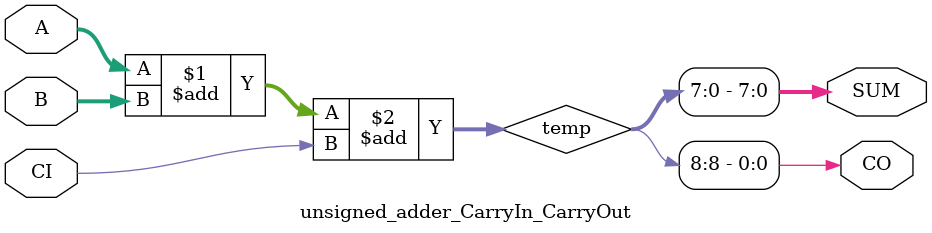
<source format=v>
`timescale 1ns / 1ps
module unsigned_adder_CarryIn_CarryOut(
    input [7:0] A,
    input [7:0] B,
    input CI,
    output CO,
    output [7:0] SUM
    );
	 
	 wire [8:0] temp;
	 
	 assign temp = A + B + CI;
	 assign SUM = temp[7:0];
	 assign CO = temp[8];

endmodule

</source>
